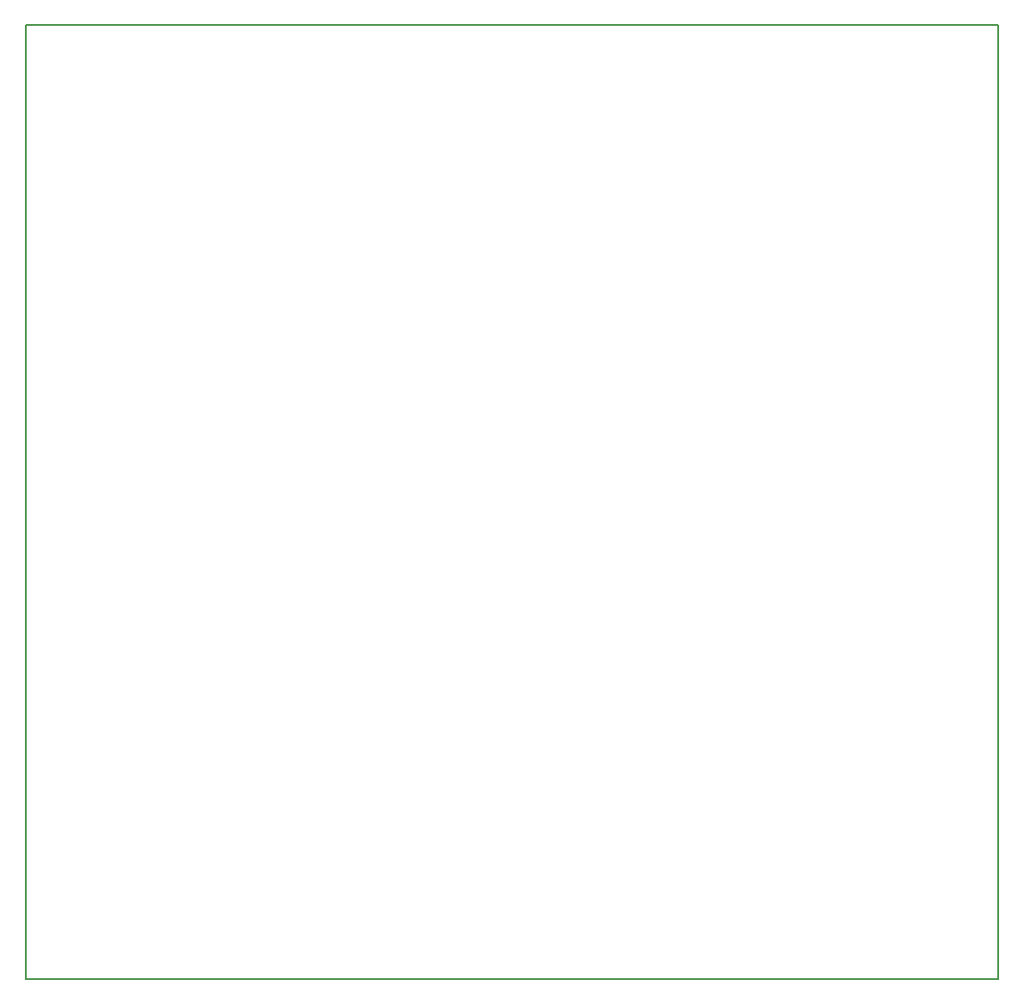
<source format=gm1>
G04 MADE WITH FRITZING*
G04 WWW.FRITZING.ORG*
G04 DOUBLE SIDED*
G04 HOLES PLATED*
G04 CONTOUR ON CENTER OF CONTOUR VECTOR*
%ASAXBY*%
%FSLAX23Y23*%
%MOIN*%
%OFA0B0*%
%SFA1.0B1.0*%
%ADD10R,3.646520X3.578130*%
%ADD11C,0.008000*%
%ADD10C,0.008*%
%LNCONTOUR*%
G90*
G70*
G54D10*
G54D11*
X4Y3574D02*
X3643Y3574D01*
X3643Y4D01*
X4Y4D01*
X4Y3574D01*
D02*
G04 End of contour*
M02*
</source>
